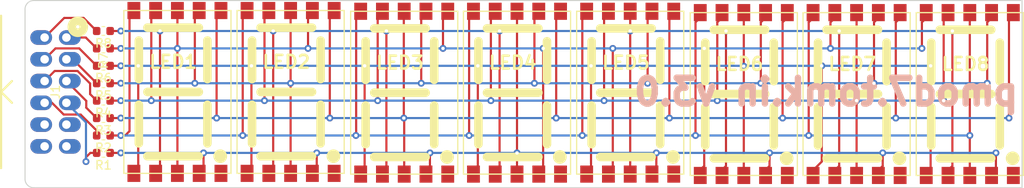
<source format=kicad_pcb>
(kicad_pcb (version 20171130) (host pcbnew 5.1.4+dfsg1-1)

  (general
    (thickness 1.6)
    (drawings 7)
    (tracks 341)
    (zones 0)
    (modules 17)
    (nets 29)
  )

  (page A4)
  (layers
    (0 F.Cu signal)
    (31 B.Cu signal)
    (32 B.Adhes user)
    (33 F.Adhes user)
    (34 B.Paste user)
    (35 F.Paste user)
    (36 B.SilkS user)
    (37 F.SilkS user)
    (38 B.Mask user hide)
    (39 F.Mask user hide)
    (40 Dwgs.User user)
    (41 Cmts.User user)
    (42 Eco1.User user)
    (43 Eco2.User user)
    (44 Edge.Cuts user)
    (45 Margin user)
    (46 B.CrtYd user)
    (47 F.CrtYd user)
    (48 B.Fab user)
    (49 F.Fab user)
  )

  (setup
    (last_trace_width 0.25)
    (user_trace_width 1)
    (trace_clearance 0.2)
    (zone_clearance 0.508)
    (zone_45_only no)
    (trace_min 0.2)
    (via_size 0.8)
    (via_drill 0.4)
    (via_min_size 0.4)
    (via_min_drill 0.3)
    (uvia_size 0.3)
    (uvia_drill 0.1)
    (uvias_allowed no)
    (uvia_min_size 0.2)
    (uvia_min_drill 0.1)
    (edge_width 0.12)
    (segment_width 0.12)
    (pcb_text_width 0.3)
    (pcb_text_size 1.5 1.5)
    (mod_edge_width 0.12)
    (mod_text_size 1 1)
    (mod_text_width 0.15)
    (pad_size 1.524 1.524)
    (pad_drill 0.762)
    (pad_to_mask_clearance 0.051)
    (solder_mask_min_width 0.25)
    (aux_axis_origin 33.02 90.932)
    (visible_elements FFFDFF7F)
    (pcbplotparams
      (layerselection 0x010fc_ffffffff)
      (usegerberextensions true)
      (usegerberattributes false)
      (usegerberadvancedattributes false)
      (creategerberjobfile false)
      (excludeedgelayer true)
      (linewidth 0.100000)
      (plotframeref false)
      (viasonmask false)
      (mode 1)
      (useauxorigin true)
      (hpglpennumber 1)
      (hpglpenspeed 20)
      (hpglpendiameter 15.000000)
      (psnegative false)
      (psa4output false)
      (plotreference true)
      (plotvalue true)
      (plotinvisibletext false)
      (padsonsilk false)
      (subtractmaskfromsilk false)
      (outputformat 1)
      (mirror false)
      (drillshape 0)
      (scaleselection 1)
      (outputdirectory "gerber"))
  )

  (net 0 "")
  (net 1 "Net-(J1-Pad6)")
  (net 2 "Net-(J1-Pad12)")
  (net 3 "Net-(J1-Pad5)")
  (net 4 "Net-(J1-Pad11)")
  (net 5 /D4)
  (net 6 /D8)
  (net 7 /D3)
  (net 8 /D7)
  (net 9 /D2)
  (net 10 /D6)
  (net 11 /D1)
  (net 12 /D5)
  (net 13 /D8_R)
  (net 14 /D7_R)
  (net 15 /D2_R)
  (net 16 /D3_R)
  (net 17 /D1_R)
  (net 18 "Net-(LED1-Pad5)")
  (net 19 /D4_R)
  (net 20 /D5_R)
  (net 21 /D6_R)
  (net 22 "Net-(LED2-Pad5)")
  (net 23 "Net-(LED3-Pad5)")
  (net 24 "Net-(LED4-Pad5)")
  (net 25 "Net-(LED5-Pad5)")
  (net 26 "Net-(LED6-Pad5)")
  (net 27 "Net-(LED7-Pad5)")
  (net 28 "Net-(LED8-Pad5)")

  (net_class Default "This is the default net class."
    (clearance 0.2)
    (trace_width 0.25)
    (via_dia 0.8)
    (via_drill 0.4)
    (uvia_dia 0.3)
    (uvia_drill 0.1)
    (add_net /D1)
    (add_net /D1_R)
    (add_net /D2)
    (add_net /D2_R)
    (add_net /D3)
    (add_net /D3_R)
    (add_net /D4)
    (add_net /D4_R)
    (add_net /D5)
    (add_net /D5_R)
    (add_net /D6)
    (add_net /D6_R)
    (add_net /D7)
    (add_net /D7_R)
    (add_net /D8)
    (add_net /D8_R)
    (add_net "Net-(J1-Pad11)")
    (add_net "Net-(J1-Pad12)")
    (add_net "Net-(J1-Pad5)")
    (add_net "Net-(J1-Pad6)")
    (add_net "Net-(LED1-Pad5)")
    (add_net "Net-(LED2-Pad5)")
    (add_net "Net-(LED3-Pad5)")
    (add_net "Net-(LED4-Pad5)")
    (add_net "Net-(LED5-Pad5)")
    (add_net "Net-(LED6-Pad5)")
    (add_net "Net-(LED7-Pad5)")
    (add_net "Net-(LED8-Pad5)")
  )

  (module tom-connectors:PMOD_2X6_PTH_RA_PLUG (layer F.Cu) (tedit 5C2B1D84) (tstamp 5DD45EEF)
    (at 36.576 101.6 270)
    (path /5DD7CA6E)
    (attr smd)
    (fp_text reference J1 (at 0 0 90) (layer F.SilkS)
      (effects (font (size 1 1) (thickness 0.15)))
    )
    (fp_text value PMOD-2x6-MALE (at 0 0 90) (layer F.SilkS) hide
      (effects (font (size 1 1) (thickness 0.15)))
    )
    (fp_line (start 8.89 6.35) (end 0 6.35) (layer F.SilkS) (width 0.254))
    (fp_line (start 0 6.35) (end -8.89 6.35) (layer F.SilkS) (width 0.254))
    (fp_line (start 1.27 5.08) (end 0 6.35) (layer F.SilkS) (width 0.254))
    (fp_line (start 0 6.35) (end -1.27 5.08) (layer F.SilkS) (width 0.254))
    (fp_circle (center -7.6 -2.6) (end -7.4 -2.6) (layer F.SilkS) (width 1))
    (pad 6 thru_hole oval (at 6.35 -1.27 180) (size 2.54 1.7) (drill 1 (offset -0.4 0)) (layers *.Cu *.Mask)
      (net 1 "Net-(J1-Pad6)"))
    (pad 12 thru_hole oval (at 6.35 1.27 180) (size 2.54 1.7) (drill 1 (offset 0.4 0)) (layers *.Cu *.Mask)
      (net 2 "Net-(J1-Pad12)"))
    (pad 5 thru_hole oval (at 3.81 -1.27 180) (size 2.54 1.7) (drill 1 (offset -0.4 0)) (layers *.Cu *.Mask)
      (net 3 "Net-(J1-Pad5)"))
    (pad 11 thru_hole oval (at 3.81 1.27 180) (size 2.54 1.7) (drill 1 (offset 0.4 0)) (layers *.Cu *.Mask)
      (net 4 "Net-(J1-Pad11)"))
    (pad 4 thru_hole oval (at 1.27 -1.27 180) (size 2.54 1.7) (drill 1 (offset -0.4 0)) (layers *.Cu *.Mask)
      (net 5 /D4))
    (pad 10 thru_hole oval (at 1.27 1.27 180) (size 2.54 1.7) (drill 1 (offset 0.4 0)) (layers *.Cu *.Mask)
      (net 6 /D8))
    (pad 3 thru_hole oval (at -1.27 -1.27 180) (size 2.54 1.7) (drill 1 (offset -0.4 0)) (layers *.Cu *.Mask)
      (net 7 /D3))
    (pad 9 thru_hole oval (at -1.27 1.27 180) (size 2.54 1.7) (drill 1 (offset 0.4 0)) (layers *.Cu *.Mask)
      (net 8 /D7))
    (pad 2 thru_hole oval (at -3.81 -1.27 180) (size 2.54 1.7) (drill 1 (offset -0.4 0)) (layers *.Cu *.Mask)
      (net 9 /D2))
    (pad 8 thru_hole oval (at -3.81 1.27 180) (size 2.54 1.7) (drill 1 (offset 0.4 0)) (layers *.Cu *.Mask)
      (net 10 /D6))
    (pad 1 thru_hole oval (at -6.35 -1.27 180) (size 2.54 1.7) (drill 1 (offset -0.4 0)) (layers *.Cu *.Mask)
      (net 11 /D1))
    (pad 7 thru_hole oval (at -6.35 1.27 180) (size 2.54 1.7) (drill 1 (offset 0.4 0)) (layers *.Cu *.Mask)
      (net 12 /D5))
  )

  (module tom-passives:R_0603_1608Metric (layer F.Cu) (tedit 5B301BBD) (tstamp 5DD46634)
    (at 42.164 94.488 180)
    (descr "Resistor SMD 0603 (1608 Metric), square (rectangular) end terminal, IPC_7351 nominal, (Body size source: http://www.tortai-tech.com/upload/download/2011102023233369053.pdf), generated with kicad-footprint-generator")
    (tags resistor)
    (path /5DD7BFCD)
    (attr smd)
    (fp_text reference R8 (at 0 -1.43) (layer F.SilkS)
      (effects (font (size 1 1) (thickness 0.15)))
    )
    (fp_text value 47R (at 0 1.43) (layer F.Fab)
      (effects (font (size 1 1) (thickness 0.15)))
    )
    (fp_text user %R (at 0 0 180) (layer F.Fab)
      (effects (font (size 0.4 0.4) (thickness 0.06)))
    )
    (fp_line (start 1.48 0.73) (end -1.48 0.73) (layer F.CrtYd) (width 0.05))
    (fp_line (start 1.48 -0.73) (end 1.48 0.73) (layer F.CrtYd) (width 0.05))
    (fp_line (start -1.48 -0.73) (end 1.48 -0.73) (layer F.CrtYd) (width 0.05))
    (fp_line (start -1.48 0.73) (end -1.48 -0.73) (layer F.CrtYd) (width 0.05))
    (fp_line (start -0.162779 0.51) (end 0.162779 0.51) (layer F.SilkS) (width 0.12))
    (fp_line (start -0.162779 -0.51) (end 0.162779 -0.51) (layer F.SilkS) (width 0.12))
    (fp_line (start 0.8 0.4) (end -0.8 0.4) (layer F.Fab) (width 0.1))
    (fp_line (start 0.8 -0.4) (end 0.8 0.4) (layer F.Fab) (width 0.1))
    (fp_line (start -0.8 -0.4) (end 0.8 -0.4) (layer F.Fab) (width 0.1))
    (fp_line (start -0.8 0.4) (end -0.8 -0.4) (layer F.Fab) (width 0.1))
    (pad 2 smd roundrect (at 0.7875 0 180) (size 0.875 0.95) (layers F.Cu F.Paste F.Mask) (roundrect_rratio 0.25)
      (net 12 /D5))
    (pad 1 smd roundrect (at -0.7875 0 180) (size 0.875 0.95) (layers F.Cu F.Paste F.Mask) (roundrect_rratio 0.25)
      (net 20 /D5_R))
    (model ${KISYS3DMOD}/Resistor_SMD.3dshapes/R_0603_1608Metric.wrl
      (at (xyz 0 0 0))
      (scale (xyz 1 1 1))
      (rotate (xyz 0 0 0))
    )
  )

  (module tom-passives:R_0603_1608Metric (layer F.Cu) (tedit 5B301BBD) (tstamp 5DD467EE)
    (at 42.164 96.52 180)
    (descr "Resistor SMD 0603 (1608 Metric), square (rectangular) end terminal, IPC_7351 nominal, (Body size source: http://www.tortai-tech.com/upload/download/2011102023233369053.pdf), generated with kicad-footprint-generator")
    (tags resistor)
    (path /5DF37CE5)
    (attr smd)
    (fp_text reference R7 (at 0 -1.43 270) (layer F.SilkS)
      (effects (font (size 1 1) (thickness 0.15)))
    )
    (fp_text value 47R (at 0 1.43) (layer F.Fab)
      (effects (font (size 1 1) (thickness 0.15)))
    )
    (fp_text user %R (at 0 0) (layer F.Fab)
      (effects (font (size 0.4 0.4) (thickness 0.06)))
    )
    (fp_line (start 1.48 0.73) (end -1.48 0.73) (layer F.CrtYd) (width 0.05))
    (fp_line (start 1.48 -0.73) (end 1.48 0.73) (layer F.CrtYd) (width 0.05))
    (fp_line (start -1.48 -0.73) (end 1.48 -0.73) (layer F.CrtYd) (width 0.05))
    (fp_line (start -1.48 0.73) (end -1.48 -0.73) (layer F.CrtYd) (width 0.05))
    (fp_line (start -0.162779 0.51) (end 0.162779 0.51) (layer F.SilkS) (width 0.12))
    (fp_line (start -0.162779 -0.51) (end 0.162779 -0.51) (layer F.SilkS) (width 0.12))
    (fp_line (start 0.8 0.4) (end -0.8 0.4) (layer F.Fab) (width 0.1))
    (fp_line (start 0.8 -0.4) (end 0.8 0.4) (layer F.Fab) (width 0.1))
    (fp_line (start -0.8 -0.4) (end 0.8 -0.4) (layer F.Fab) (width 0.1))
    (fp_line (start -0.8 0.4) (end -0.8 -0.4) (layer F.Fab) (width 0.1))
    (pad 2 smd roundrect (at 0.7875 0 180) (size 0.875 0.95) (layers F.Cu F.Paste F.Mask) (roundrect_rratio 0.25)
      (net 11 /D1))
    (pad 1 smd roundrect (at -0.7875 0 180) (size 0.875 0.95) (layers F.Cu F.Paste F.Mask) (roundrect_rratio 0.25)
      (net 17 /D1_R))
    (model ${KISYS3DMOD}/Resistor_SMD.3dshapes/R_0603_1608Metric.wrl
      (at (xyz 0 0 0))
      (scale (xyz 1 1 1))
      (rotate (xyz 0 0 0))
    )
  )

  (module tom-passives:R_0603_1608Metric (layer F.Cu) (tedit 5B301BBD) (tstamp 5DD46B53)
    (at 42.164 98.552 180)
    (descr "Resistor SMD 0603 (1608 Metric), square (rectangular) end terminal, IPC_7351 nominal, (Body size source: http://www.tortai-tech.com/upload/download/2011102023233369053.pdf), generated with kicad-footprint-generator")
    (tags resistor)
    (path /5DD7C2AC)
    (attr smd)
    (fp_text reference R6 (at 0 -1.43) (layer F.SilkS)
      (effects (font (size 1 1) (thickness 0.15)))
    )
    (fp_text value 47R (at 0 1.43) (layer F.Fab)
      (effects (font (size 1 1) (thickness 0.15)))
    )
    (fp_text user %R (at 0 0) (layer F.Fab)
      (effects (font (size 0.4 0.4) (thickness 0.06)))
    )
    (fp_line (start 1.48 0.73) (end -1.48 0.73) (layer F.CrtYd) (width 0.05))
    (fp_line (start 1.48 -0.73) (end 1.48 0.73) (layer F.CrtYd) (width 0.05))
    (fp_line (start -1.48 -0.73) (end 1.48 -0.73) (layer F.CrtYd) (width 0.05))
    (fp_line (start -1.48 0.73) (end -1.48 -0.73) (layer F.CrtYd) (width 0.05))
    (fp_line (start -0.162779 0.51) (end 0.162779 0.51) (layer F.SilkS) (width 0.12))
    (fp_line (start -0.162779 -0.51) (end 0.162779 -0.51) (layer F.SilkS) (width 0.12))
    (fp_line (start 0.8 0.4) (end -0.8 0.4) (layer F.Fab) (width 0.1))
    (fp_line (start 0.8 -0.4) (end 0.8 0.4) (layer F.Fab) (width 0.1))
    (fp_line (start -0.8 -0.4) (end 0.8 -0.4) (layer F.Fab) (width 0.1))
    (fp_line (start -0.8 0.4) (end -0.8 -0.4) (layer F.Fab) (width 0.1))
    (pad 2 smd roundrect (at 0.7875 0 180) (size 0.875 0.95) (layers F.Cu F.Paste F.Mask) (roundrect_rratio 0.25)
      (net 10 /D6))
    (pad 1 smd roundrect (at -0.7875 0 180) (size 0.875 0.95) (layers F.Cu F.Paste F.Mask) (roundrect_rratio 0.25)
      (net 21 /D6_R))
    (model ${KISYS3DMOD}/Resistor_SMD.3dshapes/R_0603_1608Metric.wrl
      (at (xyz 0 0 0))
      (scale (xyz 1 1 1))
      (rotate (xyz 0 0 0))
    )
  )

  (module tom-passives:R_0603_1608Metric (layer F.Cu) (tedit 5B301BBD) (tstamp 5DD471B5)
    (at 42.164 100.584 180)
    (descr "Resistor SMD 0603 (1608 Metric), square (rectangular) end terminal, IPC_7351 nominal, (Body size source: http://www.tortai-tech.com/upload/download/2011102023233369053.pdf), generated with kicad-footprint-generator")
    (tags resistor)
    (path /5DF38E83)
    (attr smd)
    (fp_text reference R5 (at 0 -1.43) (layer F.SilkS)
      (effects (font (size 1 1) (thickness 0.15)))
    )
    (fp_text value 47R (at 0 1.43) (layer F.Fab)
      (effects (font (size 1 1) (thickness 0.15)))
    )
    (fp_text user %R (at 0 0 90) (layer F.Fab)
      (effects (font (size 0.4 0.4) (thickness 0.06)))
    )
    (fp_line (start 1.48 0.73) (end -1.48 0.73) (layer F.CrtYd) (width 0.05))
    (fp_line (start 1.48 -0.73) (end 1.48 0.73) (layer F.CrtYd) (width 0.05))
    (fp_line (start -1.48 -0.73) (end 1.48 -0.73) (layer F.CrtYd) (width 0.05))
    (fp_line (start -1.48 0.73) (end -1.48 -0.73) (layer F.CrtYd) (width 0.05))
    (fp_line (start -0.162779 0.51) (end 0.162779 0.51) (layer F.SilkS) (width 0.12))
    (fp_line (start -0.162779 -0.51) (end 0.162779 -0.51) (layer F.SilkS) (width 0.12))
    (fp_line (start 0.8 0.4) (end -0.8 0.4) (layer F.Fab) (width 0.1))
    (fp_line (start 0.8 -0.4) (end 0.8 0.4) (layer F.Fab) (width 0.1))
    (fp_line (start -0.8 -0.4) (end 0.8 -0.4) (layer F.Fab) (width 0.1))
    (fp_line (start -0.8 0.4) (end -0.8 -0.4) (layer F.Fab) (width 0.1))
    (pad 2 smd roundrect (at 0.7875 0 180) (size 0.875 0.95) (layers F.Cu F.Paste F.Mask) (roundrect_rratio 0.25)
      (net 9 /D2))
    (pad 1 smd roundrect (at -0.7875 0 180) (size 0.875 0.95) (layers F.Cu F.Paste F.Mask) (roundrect_rratio 0.25)
      (net 15 /D2_R))
    (model ${KISYS3DMOD}/Resistor_SMD.3dshapes/R_0603_1608Metric.wrl
      (at (xyz 0 0 0))
      (scale (xyz 1 1 1))
      (rotate (xyz 0 0 0))
    )
  )

  (module tom-passives:R_0603_1608Metric (layer F.Cu) (tedit 5B301BBD) (tstamp 5DD47091)
    (at 42.164 102.616 180)
    (descr "Resistor SMD 0603 (1608 Metric), square (rectangular) end terminal, IPC_7351 nominal, (Body size source: http://www.tortai-tech.com/upload/download/2011102023233369053.pdf), generated with kicad-footprint-generator")
    (tags resistor)
    (path /5DD7C4C0)
    (attr smd)
    (fp_text reference R4 (at 0 -1.43) (layer F.SilkS)
      (effects (font (size 1 1) (thickness 0.15)))
    )
    (fp_text value 47R (at 0 1.43) (layer F.Fab)
      (effects (font (size 1 1) (thickness 0.15)))
    )
    (fp_text user %R (at 0 0) (layer F.Fab)
      (effects (font (size 0.4 0.4) (thickness 0.06)))
    )
    (fp_line (start 1.48 0.73) (end -1.48 0.73) (layer F.CrtYd) (width 0.05))
    (fp_line (start 1.48 -0.73) (end 1.48 0.73) (layer F.CrtYd) (width 0.05))
    (fp_line (start -1.48 -0.73) (end 1.48 -0.73) (layer F.CrtYd) (width 0.05))
    (fp_line (start -1.48 0.73) (end -1.48 -0.73) (layer F.CrtYd) (width 0.05))
    (fp_line (start -0.162779 0.51) (end 0.162779 0.51) (layer F.SilkS) (width 0.12))
    (fp_line (start -0.162779 -0.51) (end 0.162779 -0.51) (layer F.SilkS) (width 0.12))
    (fp_line (start 0.8 0.4) (end -0.8 0.4) (layer F.Fab) (width 0.1))
    (fp_line (start 0.8 -0.4) (end 0.8 0.4) (layer F.Fab) (width 0.1))
    (fp_line (start -0.8 -0.4) (end 0.8 -0.4) (layer F.Fab) (width 0.1))
    (fp_line (start -0.8 0.4) (end -0.8 -0.4) (layer F.Fab) (width 0.1))
    (pad 2 smd roundrect (at 0.7875 0 180) (size 0.875 0.95) (layers F.Cu F.Paste F.Mask) (roundrect_rratio 0.25)
      (net 8 /D7))
    (pad 1 smd roundrect (at -0.7875 0 180) (size 0.875 0.95) (layers F.Cu F.Paste F.Mask) (roundrect_rratio 0.25)
      (net 14 /D7_R))
    (model ${KISYS3DMOD}/Resistor_SMD.3dshapes/R_0603_1608Metric.wrl
      (at (xyz 0 0 0))
      (scale (xyz 1 1 1))
      (rotate (xyz 0 0 0))
    )
  )

  (module tom-passives:R_0603_1608Metric (layer F.Cu) (tedit 5B301BBD) (tstamp 5DD47031)
    (at 42.164 104.648 180)
    (descr "Resistor SMD 0603 (1608 Metric), square (rectangular) end terminal, IPC_7351 nominal, (Body size source: http://www.tortai-tech.com/upload/download/2011102023233369053.pdf), generated with kicad-footprint-generator")
    (tags resistor)
    (path /5DD7BB2A)
    (attr smd)
    (fp_text reference R3 (at 0 -1.43) (layer F.SilkS)
      (effects (font (size 1 1) (thickness 0.15)))
    )
    (fp_text value 47R (at 0 1.43) (layer F.Fab)
      (effects (font (size 1 1) (thickness 0.15)))
    )
    (fp_text user %R (at 0 0) (layer F.Fab)
      (effects (font (size 0.4 0.4) (thickness 0.06)))
    )
    (fp_line (start 1.48 0.73) (end -1.48 0.73) (layer F.CrtYd) (width 0.05))
    (fp_line (start 1.48 -0.73) (end 1.48 0.73) (layer F.CrtYd) (width 0.05))
    (fp_line (start -1.48 -0.73) (end 1.48 -0.73) (layer F.CrtYd) (width 0.05))
    (fp_line (start -1.48 0.73) (end -1.48 -0.73) (layer F.CrtYd) (width 0.05))
    (fp_line (start -0.162779 0.51) (end 0.162779 0.51) (layer F.SilkS) (width 0.12))
    (fp_line (start -0.162779 -0.51) (end 0.162779 -0.51) (layer F.SilkS) (width 0.12))
    (fp_line (start 0.8 0.4) (end -0.8 0.4) (layer F.Fab) (width 0.1))
    (fp_line (start 0.8 -0.4) (end 0.8 0.4) (layer F.Fab) (width 0.1))
    (fp_line (start -0.8 -0.4) (end 0.8 -0.4) (layer F.Fab) (width 0.1))
    (fp_line (start -0.8 0.4) (end -0.8 -0.4) (layer F.Fab) (width 0.1))
    (pad 2 smd roundrect (at 0.7875 0 180) (size 0.875 0.95) (layers F.Cu F.Paste F.Mask) (roundrect_rratio 0.25)
      (net 7 /D3))
    (pad 1 smd roundrect (at -0.7875 0 180) (size 0.875 0.95) (layers F.Cu F.Paste F.Mask) (roundrect_rratio 0.25)
      (net 16 /D3_R))
    (model ${KISYS3DMOD}/Resistor_SMD.3dshapes/R_0603_1608Metric.wrl
      (at (xyz 0 0 0))
      (scale (xyz 1 1 1))
      (rotate (xyz 0 0 0))
    )
  )

  (module tom-passives:R_0603_1608Metric (layer F.Cu) (tedit 5B301BBD) (tstamp 5DD47061)
    (at 42.164 106.68 180)
    (descr "Resistor SMD 0603 (1608 Metric), square (rectangular) end terminal, IPC_7351 nominal, (Body size source: http://www.tortai-tech.com/upload/download/2011102023233369053.pdf), generated with kicad-footprint-generator")
    (tags resistor)
    (path /5DD7C7AC)
    (attr smd)
    (fp_text reference R2 (at 0 -1.43) (layer F.SilkS)
      (effects (font (size 1 1) (thickness 0.15)))
    )
    (fp_text value 47R (at 0 1.43) (layer F.Fab)
      (effects (font (size 1 1) (thickness 0.15)))
    )
    (fp_text user %R (at 0 0) (layer F.Fab)
      (effects (font (size 0.4 0.4) (thickness 0.06)))
    )
    (fp_line (start 1.48 0.73) (end -1.48 0.73) (layer F.CrtYd) (width 0.05))
    (fp_line (start 1.48 -0.73) (end 1.48 0.73) (layer F.CrtYd) (width 0.05))
    (fp_line (start -1.48 -0.73) (end 1.48 -0.73) (layer F.CrtYd) (width 0.05))
    (fp_line (start -1.48 0.73) (end -1.48 -0.73) (layer F.CrtYd) (width 0.05))
    (fp_line (start -0.162779 0.51) (end 0.162779 0.51) (layer F.SilkS) (width 0.12))
    (fp_line (start -0.162779 -0.51) (end 0.162779 -0.51) (layer F.SilkS) (width 0.12))
    (fp_line (start 0.8 0.4) (end -0.8 0.4) (layer F.Fab) (width 0.1))
    (fp_line (start 0.8 -0.4) (end 0.8 0.4) (layer F.Fab) (width 0.1))
    (fp_line (start -0.8 -0.4) (end 0.8 -0.4) (layer F.Fab) (width 0.1))
    (fp_line (start -0.8 0.4) (end -0.8 -0.4) (layer F.Fab) (width 0.1))
    (pad 2 smd roundrect (at 0.7875 0 180) (size 0.875 0.95) (layers F.Cu F.Paste F.Mask) (roundrect_rratio 0.25)
      (net 6 /D8))
    (pad 1 smd roundrect (at -0.7875 0 180) (size 0.875 0.95) (layers F.Cu F.Paste F.Mask) (roundrect_rratio 0.25)
      (net 13 /D8_R))
    (model ${KISYS3DMOD}/Resistor_SMD.3dshapes/R_0603_1608Metric.wrl
      (at (xyz 0 0 0))
      (scale (xyz 1 1 1))
      (rotate (xyz 0 0 0))
    )
  )

  (module tom-passives:R_0603_1608Metric (layer F.Cu) (tedit 5B301BBD) (tstamp 5DD470C1)
    (at 42.164 108.712 180)
    (descr "Resistor SMD 0603 (1608 Metric), square (rectangular) end terminal, IPC_7351 nominal, (Body size source: http://www.tortai-tech.com/upload/download/2011102023233369053.pdf), generated with kicad-footprint-generator")
    (tags resistor)
    (path /5DD7BD69)
    (attr smd)
    (fp_text reference R1 (at 0 -1.43) (layer F.SilkS)
      (effects (font (size 1 1) (thickness 0.15)))
    )
    (fp_text value 47R (at 0 1.43) (layer F.Fab)
      (effects (font (size 1 1) (thickness 0.15)))
    )
    (fp_text user %R (at 0 0) (layer F.Fab)
      (effects (font (size 0.4 0.4) (thickness 0.06)))
    )
    (fp_line (start 1.48 0.73) (end -1.48 0.73) (layer F.CrtYd) (width 0.05))
    (fp_line (start 1.48 -0.73) (end 1.48 0.73) (layer F.CrtYd) (width 0.05))
    (fp_line (start -1.48 -0.73) (end 1.48 -0.73) (layer F.CrtYd) (width 0.05))
    (fp_line (start -1.48 0.73) (end -1.48 -0.73) (layer F.CrtYd) (width 0.05))
    (fp_line (start -0.162779 0.51) (end 0.162779 0.51) (layer F.SilkS) (width 0.12))
    (fp_line (start -0.162779 -0.51) (end 0.162779 -0.51) (layer F.SilkS) (width 0.12))
    (fp_line (start 0.8 0.4) (end -0.8 0.4) (layer F.Fab) (width 0.1))
    (fp_line (start 0.8 -0.4) (end 0.8 0.4) (layer F.Fab) (width 0.1))
    (fp_line (start -0.8 -0.4) (end 0.8 -0.4) (layer F.Fab) (width 0.1))
    (fp_line (start -0.8 0.4) (end -0.8 -0.4) (layer F.Fab) (width 0.1))
    (pad 2 smd roundrect (at 0.7875 0 180) (size 0.875 0.95) (layers F.Cu F.Paste F.Mask) (roundrect_rratio 0.25)
      (net 5 /D4))
    (pad 1 smd roundrect (at -0.7875 0 180) (size 0.875 0.95) (layers F.Cu F.Paste F.Mask) (roundrect_rratio 0.25)
      (net 19 /D4_R))
    (model ${KISYS3DMOD}/Resistor_SMD.3dshapes/R_0603_1608Metric.wrl
      (at (xyz 0 0 0))
      (scale (xyz 1 1 1))
      (rotate (xyz 0 0 0))
    )
  )

  (module tom-opto:SUNLIGHT_SMD_7SEG_SLS0561 (layer F.Cu) (tedit 5DD2E76C) (tstamp 5DD45FBF)
    (at 143.256 101.843999)
    (path /5DD483FF)
    (fp_text reference LED8 (at -0.5 -3.5 180) (layer F.SilkS)
      (effects (font (size 1.5 1.5) (thickness 0.3)))
    )
    (fp_text value SUNLIGHT_SMD_7SEG_SLS0561 (at -7.5 0 90) (layer F.Fab) hide
      (effects (font (size 1 1) (thickness 0.15)))
    )
    (fp_circle (center 5 7.5) (end 5.4 7.5) (layer F.SilkS) (width 0.8))
    (fp_line (start -3.5 7.5) (end 2.5 7.5) (layer F.SilkS) (width 1))
    (fp_line (start -3.5 0) (end 2.5 0) (layer F.SilkS) (width 1))
    (fp_line (start 3.5 1.5) (end 3.5 6) (layer F.SilkS) (width 1))
    (fp_line (start -4.5 1.5) (end -4.5 6) (layer F.SilkS) (width 1))
    (fp_line (start 3.5 -6) (end 3.5 -1.5) (layer F.SilkS) (width 1))
    (fp_line (start -4.5 -6) (end -4.5 -1.5) (layer F.SilkS) (width 1))
    (fp_line (start -3.5 -7.5) (end 2.5 -7.5) (layer F.SilkS) (width 1))
    (fp_line (start -6.25 9.5) (end -6.25 -9.5) (layer F.SilkS) (width 0.15))
    (fp_line (start 6.25 9.5) (end -6.25 9.5) (layer F.SilkS) (width 0.15))
    (fp_line (start 6.25 -9.5) (end 6.25 9.5) (layer F.SilkS) (width 0.15))
    (fp_line (start -6.25 -9.5) (end 6.25 -9.5) (layer F.SilkS) (width 0.15))
    (pad 10 smd rect (at -5.08 -9.5) (size 1.5 2) (layers F.Cu F.Paste F.Mask)
      (net 17 /D1_R))
    (pad 9 smd rect (at -2.54 -9.5) (size 1.5 2) (layers F.Cu F.Paste F.Mask)
      (net 14 /D7_R))
    (pad 7 smd rect (at 2.54 -9.5) (size 1.5 2) (layers F.Cu F.Paste F.Mask)
      (net 15 /D2_R))
    (pad 6 smd rect (at 5.08 -9.5) (size 1.5 2) (layers F.Cu F.Paste F.Mask)
      (net 16 /D3_R))
    (pad 8 smd rect (at 0 -9.5) (size 1.5 2) (layers F.Cu F.Paste F.Mask)
      (net 13 /D8_R))
    (pad 5 smd rect (at 5.08 9.5) (size 1.5 2) (layers F.Cu F.Paste F.Mask)
      (net 28 "Net-(LED8-Pad5)"))
    (pad 4 smd rect (at 2.54 9.5) (size 1.5 2) (layers F.Cu F.Paste F.Mask)
      (net 19 /D4_R))
    (pad 2 smd rect (at -2.54 9.5) (size 1.5 2) (layers F.Cu F.Paste F.Mask)
      (net 20 /D5_R))
    (pad 1 smd rect (at -5.08 9.5) (size 1.5 2) (layers F.Cu F.Paste F.Mask)
      (net 21 /D6_R))
    (pad 3 smd rect (at 0 9.5) (size 1.5 2) (layers F.Cu F.Paste F.Mask)
      (net 13 /D8_R))
  )

  (module tom-opto:SUNLIGHT_SMD_7SEG_SLS0561 (layer F.Cu) (tedit 5DD2E76C) (tstamp 5DD45FA5)
    (at 130.048 101.843999)
    (path /5DD483EA)
    (fp_text reference LED7 (at -0.5 -3.5 180) (layer F.SilkS)
      (effects (font (size 1.5 1.5) (thickness 0.3)))
    )
    (fp_text value SUNLIGHT_SMD_7SEG_SLS0561 (at -7.5 0 90) (layer F.Fab) hide
      (effects (font (size 1 1) (thickness 0.15)))
    )
    (fp_circle (center 5 7.5) (end 5.4 7.5) (layer F.SilkS) (width 0.8))
    (fp_line (start -3.5 7.5) (end 2.5 7.5) (layer F.SilkS) (width 1))
    (fp_line (start -3.5 0) (end 2.5 0) (layer F.SilkS) (width 1))
    (fp_line (start 3.5 1.5) (end 3.5 6) (layer F.SilkS) (width 1))
    (fp_line (start -4.5 1.5) (end -4.5 6) (layer F.SilkS) (width 1))
    (fp_line (start 3.5 -6) (end 3.5 -1.5) (layer F.SilkS) (width 1))
    (fp_line (start -4.5 -6) (end -4.5 -1.5) (layer F.SilkS) (width 1))
    (fp_line (start -3.5 -7.5) (end 2.5 -7.5) (layer F.SilkS) (width 1))
    (fp_line (start -6.25 9.5) (end -6.25 -9.5) (layer F.SilkS) (width 0.15))
    (fp_line (start 6.25 9.5) (end -6.25 9.5) (layer F.SilkS) (width 0.15))
    (fp_line (start 6.25 -9.5) (end 6.25 9.5) (layer F.SilkS) (width 0.15))
    (fp_line (start -6.25 -9.5) (end 6.25 -9.5) (layer F.SilkS) (width 0.15))
    (pad 10 smd rect (at -5.08 -9.5) (size 1.5 2) (layers F.Cu F.Paste F.Mask)
      (net 13 /D8_R))
    (pad 9 smd rect (at -2.54 -9.5) (size 1.5 2) (layers F.Cu F.Paste F.Mask)
      (net 17 /D1_R))
    (pad 7 smd rect (at 2.54 -9.5) (size 1.5 2) (layers F.Cu F.Paste F.Mask)
      (net 15 /D2_R))
    (pad 6 smd rect (at 5.08 -9.5) (size 1.5 2) (layers F.Cu F.Paste F.Mask)
      (net 16 /D3_R))
    (pad 8 smd rect (at 0 -9.5) (size 1.5 2) (layers F.Cu F.Paste F.Mask)
      (net 14 /D7_R))
    (pad 5 smd rect (at 5.08 9.5) (size 1.5 2) (layers F.Cu F.Paste F.Mask)
      (net 27 "Net-(LED7-Pad5)"))
    (pad 4 smd rect (at 2.54 9.5) (size 1.5 2) (layers F.Cu F.Paste F.Mask)
      (net 19 /D4_R))
    (pad 2 smd rect (at -2.54 9.5) (size 1.5 2) (layers F.Cu F.Paste F.Mask)
      (net 20 /D5_R))
    (pad 1 smd rect (at -5.08 9.5) (size 1.5 2) (layers F.Cu F.Paste F.Mask)
      (net 21 /D6_R))
    (pad 3 smd rect (at 0 9.5) (size 1.5 2) (layers F.Cu F.Paste F.Mask)
      (net 14 /D7_R))
  )

  (module tom-opto:SUNLIGHT_SMD_7SEG_SLS0561 (layer F.Cu) (tedit 5DD2E76C) (tstamp 5DD45F8B)
    (at 116.886 101.843999)
    (path /5DD483D5)
    (fp_text reference LED6 (at -0.5 -3.5 180) (layer F.SilkS)
      (effects (font (size 1.5 1.5) (thickness 0.3)))
    )
    (fp_text value SUNLIGHT_SMD_7SEG_SLS0561 (at -7.5 0 90) (layer F.Fab) hide
      (effects (font (size 1 1) (thickness 0.15)))
    )
    (fp_circle (center 5 7.5) (end 5.4 7.5) (layer F.SilkS) (width 0.8))
    (fp_line (start -3.5 7.5) (end 2.5 7.5) (layer F.SilkS) (width 1))
    (fp_line (start -3.5 0) (end 2.5 0) (layer F.SilkS) (width 1))
    (fp_line (start 3.5 1.5) (end 3.5 6) (layer F.SilkS) (width 1))
    (fp_line (start -4.5 1.5) (end -4.5 6) (layer F.SilkS) (width 1))
    (fp_line (start 3.5 -6) (end 3.5 -1.5) (layer F.SilkS) (width 1))
    (fp_line (start -4.5 -6) (end -4.5 -1.5) (layer F.SilkS) (width 1))
    (fp_line (start -3.5 -7.5) (end 2.5 -7.5) (layer F.SilkS) (width 1))
    (fp_line (start -6.25 9.5) (end -6.25 -9.5) (layer F.SilkS) (width 0.15))
    (fp_line (start 6.25 9.5) (end -6.25 9.5) (layer F.SilkS) (width 0.15))
    (fp_line (start 6.25 -9.5) (end 6.25 9.5) (layer F.SilkS) (width 0.15))
    (fp_line (start -6.25 -9.5) (end 6.25 -9.5) (layer F.SilkS) (width 0.15))
    (pad 10 smd rect (at -5.08 -9.5) (size 1.5 2) (layers F.Cu F.Paste F.Mask)
      (net 13 /D8_R))
    (pad 9 smd rect (at -2.54 -9.5) (size 1.5 2) (layers F.Cu F.Paste F.Mask)
      (net 14 /D7_R))
    (pad 7 smd rect (at 2.54 -9.5) (size 1.5 2) (layers F.Cu F.Paste F.Mask)
      (net 15 /D2_R))
    (pad 6 smd rect (at 5.08 -9.5) (size 1.5 2) (layers F.Cu F.Paste F.Mask)
      (net 16 /D3_R))
    (pad 8 smd rect (at 0 -9.5) (size 1.5 2) (layers F.Cu F.Paste F.Mask)
      (net 21 /D6_R))
    (pad 5 smd rect (at 5.08 9.5) (size 1.5 2) (layers F.Cu F.Paste F.Mask)
      (net 26 "Net-(LED6-Pad5)"))
    (pad 4 smd rect (at 2.54 9.5) (size 1.5 2) (layers F.Cu F.Paste F.Mask)
      (net 19 /D4_R))
    (pad 2 smd rect (at -2.54 9.5) (size 1.5 2) (layers F.Cu F.Paste F.Mask)
      (net 20 /D5_R))
    (pad 1 smd rect (at -5.08 9.5) (size 1.5 2) (layers F.Cu F.Paste F.Mask)
      (net 17 /D1_R))
    (pad 3 smd rect (at 0 9.5) (size 1.5 2) (layers F.Cu F.Paste F.Mask)
      (net 21 /D6_R))
  )

  (module tom-opto:SUNLIGHT_SMD_7SEG_SLS0561 (layer F.Cu) (tedit 5DD2E76C) (tstamp 5DD47605)
    (at 103.632 101.687999)
    (path /5DD483BF)
    (fp_text reference LED5 (at -0.5 -3.5 180) (layer F.SilkS)
      (effects (font (size 1.5 1.5) (thickness 0.3)))
    )
    (fp_text value SUNLIGHT_SMD_7SEG_SLS0561 (at -7.5 0 90) (layer F.Fab) hide
      (effects (font (size 1 1) (thickness 0.15)))
    )
    (fp_circle (center 5 7.5) (end 5.4 7.5) (layer F.SilkS) (width 0.8))
    (fp_line (start -3.5 7.5) (end 2.5 7.5) (layer F.SilkS) (width 1))
    (fp_line (start -3.5 0) (end 2.5 0) (layer F.SilkS) (width 1))
    (fp_line (start 3.5 1.5) (end 3.5 6) (layer F.SilkS) (width 1))
    (fp_line (start -4.5 1.5) (end -4.5 6) (layer F.SilkS) (width 1))
    (fp_line (start 3.5 -6) (end 3.5 -1.5) (layer F.SilkS) (width 1))
    (fp_line (start -4.5 -6) (end -4.5 -1.5) (layer F.SilkS) (width 1))
    (fp_line (start -3.5 -7.5) (end 2.5 -7.5) (layer F.SilkS) (width 1))
    (fp_line (start -6.25 9.5) (end -6.25 -9.5) (layer F.SilkS) (width 0.15))
    (fp_line (start 6.25 9.5) (end -6.25 9.5) (layer F.SilkS) (width 0.15))
    (fp_line (start 6.25 -9.5) (end 6.25 9.5) (layer F.SilkS) (width 0.15))
    (fp_line (start -6.25 -9.5) (end 6.25 -9.5) (layer F.SilkS) (width 0.15))
    (pad 10 smd rect (at -5.08 -9.5) (size 1.5 2) (layers F.Cu F.Paste F.Mask)
      (net 13 /D8_R))
    (pad 9 smd rect (at -2.54 -9.5) (size 1.5 2) (layers F.Cu F.Paste F.Mask)
      (net 14 /D7_R))
    (pad 7 smd rect (at 2.54 -9.5) (size 1.5 2) (layers F.Cu F.Paste F.Mask)
      (net 15 /D2_R))
    (pad 6 smd rect (at 5.08 -9.5) (size 1.5 2) (layers F.Cu F.Paste F.Mask)
      (net 16 /D3_R))
    (pad 8 smd rect (at 0 -9.5) (size 1.5 2) (layers F.Cu F.Paste F.Mask)
      (net 20 /D5_R))
    (pad 5 smd rect (at 5.08 9.5) (size 1.5 2) (layers F.Cu F.Paste F.Mask)
      (net 25 "Net-(LED5-Pad5)"))
    (pad 4 smd rect (at 2.54 9.5) (size 1.5 2) (layers F.Cu F.Paste F.Mask)
      (net 19 /D4_R))
    (pad 2 smd rect (at -2.54 9.5) (size 1.5 2) (layers F.Cu F.Paste F.Mask)
      (net 17 /D1_R))
    (pad 1 smd rect (at -5.08 9.5) (size 1.5 2) (layers F.Cu F.Paste F.Mask)
      (net 21 /D6_R))
    (pad 3 smd rect (at 0 9.5) (size 1.5 2) (layers F.Cu F.Paste F.Mask)
      (net 20 /D5_R))
  )

  (module tom-opto:SUNLIGHT_SMD_7SEG_SLS0561 (layer F.Cu) (tedit 5DD2E76C) (tstamp 5DD4769B)
    (at 90.424 101.687999)
    (path /5DD43734)
    (fp_text reference LED4 (at -0.5 -3.5 180) (layer F.SilkS)
      (effects (font (size 1.5 1.5) (thickness 0.3)))
    )
    (fp_text value SUNLIGHT_SMD_7SEG_SLS0561 (at -7.5 0 90) (layer F.Fab) hide
      (effects (font (size 1 1) (thickness 0.15)))
    )
    (fp_circle (center 5 7.5) (end 5.4 7.5) (layer F.SilkS) (width 0.8))
    (fp_line (start -3.5 7.5) (end 2.5 7.5) (layer F.SilkS) (width 1))
    (fp_line (start -3.5 0) (end 2.5 0) (layer F.SilkS) (width 1))
    (fp_line (start 3.5 1.5) (end 3.5 6) (layer F.SilkS) (width 1))
    (fp_line (start -4.5 1.5) (end -4.5 6) (layer F.SilkS) (width 1))
    (fp_line (start 3.5 -6) (end 3.5 -1.5) (layer F.SilkS) (width 1))
    (fp_line (start -4.5 -6) (end -4.5 -1.5) (layer F.SilkS) (width 1))
    (fp_line (start -3.5 -7.5) (end 2.5 -7.5) (layer F.SilkS) (width 1))
    (fp_line (start -6.25 9.5) (end -6.25 -9.5) (layer F.SilkS) (width 0.15))
    (fp_line (start 6.25 9.5) (end -6.25 9.5) (layer F.SilkS) (width 0.15))
    (fp_line (start 6.25 -9.5) (end 6.25 9.5) (layer F.SilkS) (width 0.15))
    (fp_line (start -6.25 -9.5) (end 6.25 -9.5) (layer F.SilkS) (width 0.15))
    (pad 10 smd rect (at -5.08 -9.5) (size 1.5 2) (layers F.Cu F.Paste F.Mask)
      (net 13 /D8_R))
    (pad 9 smd rect (at -2.54 -9.5) (size 1.5 2) (layers F.Cu F.Paste F.Mask)
      (net 14 /D7_R))
    (pad 7 smd rect (at 2.54 -9.5) (size 1.5 2) (layers F.Cu F.Paste F.Mask)
      (net 15 /D2_R))
    (pad 6 smd rect (at 5.08 -9.5) (size 1.5 2) (layers F.Cu F.Paste F.Mask)
      (net 16 /D3_R))
    (pad 8 smd rect (at 0 -9.5) (size 1.5 2) (layers F.Cu F.Paste F.Mask)
      (net 19 /D4_R))
    (pad 5 smd rect (at 5.08 9.5) (size 1.5 2) (layers F.Cu F.Paste F.Mask)
      (net 24 "Net-(LED4-Pad5)"))
    (pad 4 smd rect (at 2.54 9.5) (size 1.5 2) (layers F.Cu F.Paste F.Mask)
      (net 17 /D1_R))
    (pad 2 smd rect (at -2.54 9.5) (size 1.5 2) (layers F.Cu F.Paste F.Mask)
      (net 20 /D5_R))
    (pad 1 smd rect (at -5.08 9.5) (size 1.5 2) (layers F.Cu F.Paste F.Mask)
      (net 21 /D6_R))
    (pad 3 smd rect (at 0 9.5) (size 1.5 2) (layers F.Cu F.Paste F.Mask)
      (net 19 /D4_R))
  )

  (module tom-opto:SUNLIGHT_SMD_7SEG_SLS0561 (layer F.Cu) (tedit 5DD2E76C) (tstamp 5DD47650)
    (at 77.262 101.687999)
    (path /5DD4371F)
    (fp_text reference LED3 (at -0.5 -3.5 180) (layer F.SilkS)
      (effects (font (size 1.5 1.5) (thickness 0.3)))
    )
    (fp_text value SUNLIGHT_SMD_7SEG_SLS0561 (at -7.5 0 90) (layer F.Fab) hide
      (effects (font (size 1 1) (thickness 0.15)))
    )
    (fp_circle (center 5 7.5) (end 5.4 7.5) (layer F.SilkS) (width 0.8))
    (fp_line (start -3.5 7.5) (end 2.5 7.5) (layer F.SilkS) (width 1))
    (fp_line (start -3.5 0) (end 2.5 0) (layer F.SilkS) (width 1))
    (fp_line (start 3.5 1.5) (end 3.5 6) (layer F.SilkS) (width 1))
    (fp_line (start -4.5 1.5) (end -4.5 6) (layer F.SilkS) (width 1))
    (fp_line (start 3.5 -6) (end 3.5 -1.5) (layer F.SilkS) (width 1))
    (fp_line (start -4.5 -6) (end -4.5 -1.5) (layer F.SilkS) (width 1))
    (fp_line (start -3.5 -7.5) (end 2.5 -7.5) (layer F.SilkS) (width 1))
    (fp_line (start -6.25 9.5) (end -6.25 -9.5) (layer F.SilkS) (width 0.15))
    (fp_line (start 6.25 9.5) (end -6.25 9.5) (layer F.SilkS) (width 0.15))
    (fp_line (start 6.25 -9.5) (end 6.25 9.5) (layer F.SilkS) (width 0.15))
    (fp_line (start -6.25 -9.5) (end 6.25 -9.5) (layer F.SilkS) (width 0.15))
    (pad 10 smd rect (at -5.08 -9.5) (size 1.5 2) (layers F.Cu F.Paste F.Mask)
      (net 13 /D8_R))
    (pad 9 smd rect (at -2.54 -9.5) (size 1.5 2) (layers F.Cu F.Paste F.Mask)
      (net 14 /D7_R))
    (pad 7 smd rect (at 2.54 -9.5) (size 1.5 2) (layers F.Cu F.Paste F.Mask)
      (net 15 /D2_R))
    (pad 6 smd rect (at 5.08 -9.5) (size 1.5 2) (layers F.Cu F.Paste F.Mask)
      (net 17 /D1_R))
    (pad 8 smd rect (at 0 -9.5) (size 1.5 2) (layers F.Cu F.Paste F.Mask)
      (net 16 /D3_R))
    (pad 5 smd rect (at 5.08 9.5) (size 1.5 2) (layers F.Cu F.Paste F.Mask)
      (net 23 "Net-(LED3-Pad5)"))
    (pad 4 smd rect (at 2.54 9.5) (size 1.5 2) (layers F.Cu F.Paste F.Mask)
      (net 19 /D4_R))
    (pad 2 smd rect (at -2.54 9.5) (size 1.5 2) (layers F.Cu F.Paste F.Mask)
      (net 20 /D5_R))
    (pad 1 smd rect (at -5.08 9.5) (size 1.5 2) (layers F.Cu F.Paste F.Mask)
      (net 21 /D6_R))
    (pad 3 smd rect (at 0 9.5) (size 1.5 2) (layers F.Cu F.Paste F.Mask)
      (net 16 /D3_R))
  )

  (module tom-opto:SUNLIGHT_SMD_7SEG_SLS0561 (layer F.Cu) (tedit 5DD2E76C) (tstamp 5DD45F23)
    (at 64.008 101.6)
    (path /5DD418C3)
    (fp_text reference LED2 (at -0.5 -3.5 180) (layer F.SilkS)
      (effects (font (size 1.5 1.5) (thickness 0.3)))
    )
    (fp_text value SUNLIGHT_SMD_7SEG_SLS0561 (at -7.5 0 90) (layer F.Fab) hide
      (effects (font (size 1 1) (thickness 0.15)))
    )
    (fp_circle (center 5 7.5) (end 5.4 7.5) (layer F.SilkS) (width 0.8))
    (fp_line (start -3.5 7.5) (end 2.5 7.5) (layer F.SilkS) (width 1))
    (fp_line (start -3.5 0) (end 2.5 0) (layer F.SilkS) (width 1))
    (fp_line (start 3.5 1.5) (end 3.5 6) (layer F.SilkS) (width 1))
    (fp_line (start -4.5 1.5) (end -4.5 6) (layer F.SilkS) (width 1))
    (fp_line (start 3.5 -6) (end 3.5 -1.5) (layer F.SilkS) (width 1))
    (fp_line (start -4.5 -6) (end -4.5 -1.5) (layer F.SilkS) (width 1))
    (fp_line (start -3.5 -7.5) (end 2.5 -7.5) (layer F.SilkS) (width 1))
    (fp_line (start -6.25 9.5) (end -6.25 -9.5) (layer F.SilkS) (width 0.15))
    (fp_line (start 6.25 9.5) (end -6.25 9.5) (layer F.SilkS) (width 0.15))
    (fp_line (start 6.25 -9.5) (end 6.25 9.5) (layer F.SilkS) (width 0.15))
    (fp_line (start -6.25 -9.5) (end 6.25 -9.5) (layer F.SilkS) (width 0.15))
    (pad 10 smd rect (at -5.08 -9.5) (size 1.5 2) (layers F.Cu F.Paste F.Mask)
      (net 13 /D8_R))
    (pad 9 smd rect (at -2.54 -9.5) (size 1.5 2) (layers F.Cu F.Paste F.Mask)
      (net 14 /D7_R))
    (pad 7 smd rect (at 2.54 -9.5) (size 1.5 2) (layers F.Cu F.Paste F.Mask)
      (net 17 /D1_R))
    (pad 6 smd rect (at 5.08 -9.5) (size 1.5 2) (layers F.Cu F.Paste F.Mask)
      (net 16 /D3_R))
    (pad 8 smd rect (at 0 -9.5) (size 1.5 2) (layers F.Cu F.Paste F.Mask)
      (net 15 /D2_R))
    (pad 5 smd rect (at 5.08 9.5) (size 1.5 2) (layers F.Cu F.Paste F.Mask)
      (net 22 "Net-(LED2-Pad5)"))
    (pad 4 smd rect (at 2.54 9.5) (size 1.5 2) (layers F.Cu F.Paste F.Mask)
      (net 19 /D4_R))
    (pad 2 smd rect (at -2.54 9.5) (size 1.5 2) (layers F.Cu F.Paste F.Mask)
      (net 20 /D5_R))
    (pad 1 smd rect (at -5.08 9.5) (size 1.5 2) (layers F.Cu F.Paste F.Mask)
      (net 21 /D6_R))
    (pad 3 smd rect (at 0 9.5) (size 1.5 2) (layers F.Cu F.Paste F.Mask)
      (net 15 /D2_R))
  )

  (module tom-opto:SUNLIGHT_SMD_7SEG_SLS0561 (layer F.Cu) (tedit 5DD2E76C) (tstamp 5DD45F09)
    (at 50.8 101.6)
    (path /5DD38E07)
    (fp_text reference LED1 (at -0.5 -3.5 180) (layer F.SilkS)
      (effects (font (size 1.5 1.5) (thickness 0.3)))
    )
    (fp_text value SUNLIGHT_SMD_7SEG_SLS0561 (at -7.5 0 90) (layer F.Fab) hide
      (effects (font (size 1 1) (thickness 0.15)))
    )
    (fp_circle (center 5 7.5) (end 5.4 7.5) (layer F.SilkS) (width 0.8))
    (fp_line (start -3.5 7.5) (end 2.5 7.5) (layer F.SilkS) (width 1))
    (fp_line (start -3.5 0) (end 2.5 0) (layer F.SilkS) (width 1))
    (fp_line (start 3.5 1.5) (end 3.5 6) (layer F.SilkS) (width 1))
    (fp_line (start -4.5 1.5) (end -4.5 6) (layer F.SilkS) (width 1))
    (fp_line (start 3.5 -6) (end 3.5 -1.5) (layer F.SilkS) (width 1))
    (fp_line (start -4.5 -6) (end -4.5 -1.5) (layer F.SilkS) (width 1))
    (fp_line (start -3.5 -7.5) (end 2.5 -7.5) (layer F.SilkS) (width 1))
    (fp_line (start -6.25 9.5) (end -6.25 -9.5) (layer F.SilkS) (width 0.15))
    (fp_line (start 6.25 9.5) (end -6.25 9.5) (layer F.SilkS) (width 0.15))
    (fp_line (start 6.25 -9.5) (end 6.25 9.5) (layer F.SilkS) (width 0.15))
    (fp_line (start -6.25 -9.5) (end 6.25 -9.5) (layer F.SilkS) (width 0.15))
    (pad 10 smd rect (at -5.08 -9.5) (size 1.5 2) (layers F.Cu F.Paste F.Mask)
      (net 13 /D8_R))
    (pad 9 smd rect (at -2.54 -9.5) (size 1.5 2) (layers F.Cu F.Paste F.Mask)
      (net 14 /D7_R))
    (pad 7 smd rect (at 2.54 -9.5) (size 1.5 2) (layers F.Cu F.Paste F.Mask)
      (net 15 /D2_R))
    (pad 6 smd rect (at 5.08 -9.5) (size 1.5 2) (layers F.Cu F.Paste F.Mask)
      (net 16 /D3_R))
    (pad 8 smd rect (at 0 -9.5) (size 1.5 2) (layers F.Cu F.Paste F.Mask)
      (net 17 /D1_R))
    (pad 5 smd rect (at 5.08 9.5) (size 1.5 2) (layers F.Cu F.Paste F.Mask)
      (net 18 "Net-(LED1-Pad5)"))
    (pad 4 smd rect (at 2.54 9.5) (size 1.5 2) (layers F.Cu F.Paste F.Mask)
      (net 19 /D4_R))
    (pad 2 smd rect (at -2.54 9.5) (size 1.5 2) (layers F.Cu F.Paste F.Mask)
      (net 20 /D5_R))
    (pad 1 smd rect (at -5.08 9.5) (size 1.5 2) (layers F.Cu F.Paste F.Mask)
      (net 21 /D6_R))
    (pad 3 smd rect (at 0 9.5) (size 1.5 2) (layers F.Cu F.Paste F.Mask)
      (net 17 /D1_R))
  )

  (gr_text "pmod7.tomk.in v3.0" (at 126.492 101.6) (layer B.SilkS)
    (effects (font (size 3 3) (thickness 0.75)) (justify mirror))
  )
  (gr_line (start 34.036 112.776) (end 149.352 112.776) (layer Edge.Cuts) (width 0.12) (tstamp 5DD47FB9))
  (gr_line (start 149.352 90.932) (end 34.036 90.932) (layer Edge.Cuts) (width 0.12) (tstamp 5DD47FB8))
  (gr_line (start 33.02 111.76) (end 33.02 91.948) (layer Edge.Cuts) (width 0.12) (tstamp 5DD47FB3))
  (gr_arc (start 34.036 111.76) (end 33.02 111.76) (angle -90) (layer Edge.Cuts) (width 0.12))
  (gr_arc (start 34.036 91.948) (end 34.036 90.932) (angle -90) (layer Edge.Cuts) (width 0.12))
  (gr_line (start 149.352 112.776) (end 149.352 90.932) (layer Edge.Cuts) (width 0.12))

  (via (at 40.132 109.728) (size 0.8) (drill 0.4) (layers F.Cu B.Cu) (net 5))
  (segment (start 37.846 102.87) (end 40.132 105.156) (width 0.25) (layer B.Cu) (net 5))
  (segment (start 40.132 105.156) (end 40.132 109.728) (width 0.25) (layer B.Cu) (net 5))
  (segment (start 40.132 109.728) (end 40.132 109.22) (width 0.25) (layer F.Cu) (net 5))
  (segment (start 40.132 109.22) (end 40.64 108.712) (width 0.25) (layer F.Cu) (net 5))
  (segment (start 40.64 108.712) (end 41.3765 108.712) (width 0.25) (layer F.Cu) (net 5))
  (segment (start 41.3765 106.105) (end 41.3765 106.68) (width 0.25) (layer F.Cu) (net 6))
  (segment (start 39.50649 104.23499) (end 41.3765 106.105) (width 0.25) (layer F.Cu) (net 6))
  (segment (start 37.529275 104.23499) (end 39.50649 104.23499) (width 0.25) (layer F.Cu) (net 6))
  (segment (start 36.164285 102.87) (end 37.529275 104.23499) (width 0.25) (layer F.Cu) (net 6))
  (segment (start 35.306 102.87) (end 36.164285 102.87) (width 0.25) (layer F.Cu) (net 6))
  (segment (start 40.16398 102.64798) (end 37.846 100.33) (width 0.25) (layer F.Cu) (net 7))
  (segment (start 40.16398 103.43548) (end 40.16398 102.64798) (width 0.25) (layer F.Cu) (net 7))
  (segment (start 41.3765 104.648) (end 40.16398 103.43548) (width 0.25) (layer F.Cu) (net 7))
  (segment (start 36.48101 99.15499) (end 35.306 100.33) (width 0.25) (layer F.Cu) (net 8))
  (segment (start 39.152705 99.15499) (end 36.48101 99.15499) (width 0.25) (layer F.Cu) (net 8))
  (segment (start 40.61399 101.85349) (end 40.61399 100.616275) (width 0.25) (layer F.Cu) (net 8))
  (segment (start 40.61399 100.616275) (end 39.152705 99.15499) (width 0.25) (layer F.Cu) (net 8))
  (segment (start 41.3765 102.616) (end 40.61399 101.85349) (width 0.25) (layer F.Cu) (net 8))
  (segment (start 38.5825 97.79) (end 37.846 97.79) (width 0.25) (layer F.Cu) (net 9))
  (segment (start 41.3765 100.584) (end 38.5825 97.79) (width 0.25) (layer F.Cu) (net 9))
  (segment (start 41.3765 98.552) (end 39.3445 96.52) (width 0.25) (layer F.Cu) (net 10))
  (segment (start 36.576 96.52) (end 35.306 97.79) (width 0.25) (layer F.Cu) (net 10))
  (segment (start 39.3445 96.52) (end 36.576 96.52) (width 0.25) (layer F.Cu) (net 10))
  (segment (start 40.1065 95.25) (end 37.846 95.25) (width 0.25) (layer F.Cu) (net 11))
  (segment (start 41.3765 96.52) (end 40.1065 95.25) (width 0.25) (layer F.Cu) (net 11))
  (segment (start 39.8525 92.964) (end 37.592 92.964) (width 0.25) (layer F.Cu) (net 12))
  (segment (start 37.592 92.964) (end 35.306 95.25) (width 0.25) (layer F.Cu) (net 12))
  (segment (start 41.3765 94.488) (end 39.8525 92.964) (width 0.25) (layer F.Cu) (net 12))
  (via (at 44.196 106.68) (size 0.8) (drill 0.4) (layers F.Cu B.Cu) (net 13))
  (segment (start 42.9515 106.68) (end 44.196 106.68) (width 0.25) (layer F.Cu) (net 13))
  (via (at 143.256 106.68) (size 0.8) (drill 0.4) (layers F.Cu B.Cu) (net 13))
  (segment (start 143.256 106.68) (end 143.256 111.343999) (width 0.25) (layer F.Cu) (net 13))
  (segment (start 143.256 106.68) (end 143.256 92.343999) (width 0.25) (layer F.Cu) (net 13))
  (segment (start 124.968 92.343999) (end 124.968 92.964) (width 0.25) (layer F.Cu) (net 13))
  (via (at 124.46 106.68) (size 0.8) (drill 0.4) (layers F.Cu B.Cu) (net 13))
  (segment (start 124.968 92.964) (end 124.46 93.472) (width 0.25) (layer F.Cu) (net 13))
  (segment (start 124.46 93.472) (end 124.46 106.68) (width 0.25) (layer F.Cu) (net 13))
  (segment (start 111.806 92.343999) (end 111.806 92.918) (width 0.25) (layer F.Cu) (net 13))
  (via (at 111.252 106.68) (size 0.8) (drill 0.4) (layers F.Cu B.Cu) (net 13))
  (segment (start 111.806 92.918) (end 111.252 93.472) (width 0.25) (layer F.Cu) (net 13))
  (segment (start 111.252 93.472) (end 111.252 106.68) (width 0.25) (layer F.Cu) (net 13))
  (segment (start 98.552 92.187999) (end 98.552 92.456) (width 0.25) (layer F.Cu) (net 13))
  (segment (start 98.044 92.964) (end 98.044 106.68) (width 0.25) (layer F.Cu) (net 13))
  (via (at 98.044 106.68) (size 0.8) (drill 0.4) (layers F.Cu B.Cu) (net 13))
  (segment (start 98.552 92.456) (end 98.044 92.964) (width 0.25) (layer F.Cu) (net 13))
  (segment (start 98.044 106.68) (end 143.256 106.68) (width 0.25) (layer B.Cu) (net 13))
  (segment (start 85.344 92.187999) (end 84.836 92.695999) (width 0.25) (layer F.Cu) (net 13))
  (via (at 84.836 106.68) (size 0.8) (drill 0.4) (layers F.Cu B.Cu) (net 13))
  (segment (start 84.836 92.695999) (end 84.836 106.68) (width 0.25) (layer F.Cu) (net 13))
  (segment (start 84.836 106.68) (end 98.044 106.68) (width 0.25) (layer B.Cu) (net 13))
  (segment (start 72.182 92.437999) (end 71.655999 92.964) (width 0.25) (layer F.Cu) (net 13))
  (segment (start 72.182 92.187999) (end 72.182 92.437999) (width 0.25) (layer F.Cu) (net 13))
  (segment (start 71.655999 106.652001) (end 71.628 106.68) (width 0.25) (layer F.Cu) (net 13))
  (segment (start 71.655999 92.964) (end 71.655999 106.652001) (width 0.25) (layer F.Cu) (net 13))
  (via (at 71.628 106.68) (size 0.8) (drill 0.4) (layers F.Cu B.Cu) (net 13))
  (segment (start 71.628 106.68) (end 84.836 106.68) (width 0.25) (layer B.Cu) (net 13))
  (segment (start 58.928 92.1) (end 58.928 92.456) (width 0.25) (layer F.Cu) (net 13))
  (segment (start 58.928 92.456) (end 58.42 92.964) (width 0.25) (layer F.Cu) (net 13))
  (via (at 58.42 106.68) (size 0.8) (drill 0.4) (layers F.Cu B.Cu) (net 13))
  (segment (start 58.42 92.964) (end 58.42 106.68) (width 0.25) (layer F.Cu) (net 13))
  (segment (start 44.196 106.68) (end 58.42 106.68) (width 0.25) (layer B.Cu) (net 13))
  (segment (start 58.42 106.68) (end 71.628 106.68) (width 0.25) (layer B.Cu) (net 13))
  (segment (start 45.72 92.1) (end 45.72 92.456) (width 0.25) (layer F.Cu) (net 13))
  (segment (start 45.72 92.456) (end 45.212 92.964) (width 0.25) (layer F.Cu) (net 13))
  (segment (start 45.212 92.964) (end 45.212 106.172) (width 0.25) (layer F.Cu) (net 13))
  (segment (start 45.212 106.172) (end 44.704 106.68) (width 0.25) (layer F.Cu) (net 13))
  (segment (start 44.704 106.68) (end 44.196 106.68) (width 0.25) (layer F.Cu) (net 13))
  (via (at 44.196 102.616) (size 0.8) (drill 0.4) (layers F.Cu B.Cu) (net 14))
  (segment (start 42.9515 102.616) (end 44.196 102.616) (width 0.25) (layer F.Cu) (net 14))
  (via (at 140.208 102.616) (size 0.8) (drill 0.4) (layers F.Cu B.Cu) (net 14))
  (segment (start 140.208 92.851999) (end 140.716 92.343999) (width 0.25) (layer F.Cu) (net 14))
  (segment (start 140.208 102.616) (end 140.208 92.851999) (width 0.25) (layer F.Cu) (net 14))
  (segment (start 130.556 102.616) (end 140.208 102.616) (width 0.25) (layer B.Cu) (net 14))
  (segment (start 130.048 111.343999) (end 130.048 102.616) (width 0.25) (layer F.Cu) (net 14))
  (via (at 130.048 102.616) (size 0.8) (drill 0.4) (layers F.Cu B.Cu) (net 14))
  (segment (start 130.048 102.616) (end 130.048 92.343999) (width 0.25) (layer F.Cu) (net 14))
  (segment (start 114.346 92.343999) (end 114.346 92.918) (width 0.25) (layer F.Cu) (net 14))
  (via (at 113.792 102.616) (size 0.8) (drill 0.4) (layers F.Cu B.Cu) (net 14))
  (segment (start 113.792 93.472) (end 113.792 102.616) (width 0.25) (layer F.Cu) (net 14))
  (segment (start 114.346 92.918) (end 113.792 93.472) (width 0.25) (layer F.Cu) (net 14))
  (segment (start 113.792 102.616) (end 130.556 102.616) (width 0.25) (layer B.Cu) (net 14))
  (segment (start 101.092 92.187999) (end 101.092 92.456) (width 0.25) (layer F.Cu) (net 14))
  (via (at 100.584 102.616) (size 0.8) (drill 0.4) (layers F.Cu B.Cu) (net 14))
  (segment (start 100.584 92.964) (end 100.584 102.616) (width 0.25) (layer F.Cu) (net 14))
  (segment (start 101.092 92.456) (end 100.584 92.964) (width 0.25) (layer F.Cu) (net 14))
  (segment (start 100.584 102.616) (end 113.792 102.616) (width 0.25) (layer B.Cu) (net 14))
  (segment (start 87.884 92.187999) (end 87.884 92.456) (width 0.25) (layer F.Cu) (net 14))
  (via (at 87.376 102.616) (size 0.8) (drill 0.4) (layers F.Cu B.Cu) (net 14))
  (segment (start 87.884 92.456) (end 87.376 92.964) (width 0.25) (layer F.Cu) (net 14))
  (segment (start 87.376 92.964) (end 87.376 102.616) (width 0.25) (layer F.Cu) (net 14))
  (segment (start 74.722 92.187999) (end 74.722 92.41) (width 0.25) (layer F.Cu) (net 14))
  (segment (start 74.722 92.41) (end 74.168 92.964) (width 0.25) (layer F.Cu) (net 14))
  (segment (start 74.168 92.964) (end 74.168 102.616) (width 0.25) (layer F.Cu) (net 14))
  (via (at 74.168 102.616) (size 0.8) (drill 0.4) (layers F.Cu B.Cu) (net 14))
  (segment (start 74.168 102.616) (end 100.584 102.616) (width 0.25) (layer B.Cu) (net 14))
  (segment (start 61.468 92.1) (end 61.468 92.456) (width 0.25) (layer F.Cu) (net 14))
  (segment (start 60.96 92.964) (end 60.96 102.616) (width 0.25) (layer F.Cu) (net 14))
  (segment (start 61.468 92.456) (end 60.96 92.964) (width 0.25) (layer F.Cu) (net 14))
  (via (at 60.96 102.616) (size 0.8) (drill 0.4) (layers F.Cu B.Cu) (net 14))
  (segment (start 60.96 102.616) (end 74.168 102.616) (width 0.25) (layer B.Cu) (net 14))
  (segment (start 48.26 92.1) (end 48.26 92.456) (width 0.25) (layer F.Cu) (net 14))
  (segment (start 48.26 92.456) (end 47.752 92.964) (width 0.25) (layer F.Cu) (net 14))
  (via (at 47.752 102.616) (size 0.8) (drill 0.4) (layers F.Cu B.Cu) (net 14))
  (segment (start 47.752 92.964) (end 47.752 102.616) (width 0.25) (layer F.Cu) (net 14))
  (segment (start 44.196 102.616) (end 47.752 102.616) (width 0.25) (layer B.Cu) (net 14))
  (segment (start 47.752 102.616) (end 60.96 102.616) (width 0.25) (layer B.Cu) (net 14))
  (via (at 44.196 100.584) (size 0.8) (drill 0.4) (layers F.Cu B.Cu) (net 15))
  (segment (start 42.9515 100.584) (end 44.196 100.584) (width 0.25) (layer F.Cu) (net 15))
  (via (at 145.288 100.584) (size 0.8) (drill 0.4) (layers F.Cu B.Cu) (net 15))
  (segment (start 145.796 92.343999) (end 145.796 92.964) (width 0.25) (layer F.Cu) (net 15))
  (segment (start 145.288 93.472) (end 145.288 100.584) (width 0.25) (layer F.Cu) (net 15))
  (segment (start 145.796 92.964) (end 145.288 93.472) (width 0.25) (layer F.Cu) (net 15))
  (segment (start 119.426 92.343999) (end 119.426 92.918) (width 0.25) (layer F.Cu) (net 15))
  (via (at 118.872 100.584) (size 0.8) (drill 0.4) (layers F.Cu B.Cu) (net 15))
  (segment (start 118.872 93.472) (end 118.872 100.584) (width 0.25) (layer F.Cu) (net 15))
  (segment (start 119.426 92.918) (end 118.872 93.472) (width 0.25) (layer F.Cu) (net 15))
  (segment (start 132.588 92.343999) (end 132.588 92.964) (width 0.25) (layer F.Cu) (net 15))
  (via (at 132.08 100.584) (size 0.8) (drill 0.4) (layers F.Cu B.Cu) (net 15))
  (segment (start 132.588 92.964) (end 132.08 93.472) (width 0.25) (layer F.Cu) (net 15))
  (segment (start 132.08 93.472) (end 132.08 100.584) (width 0.25) (layer F.Cu) (net 15))
  (segment (start 118.872 100.584) (end 132.08 100.584) (width 0.25) (layer B.Cu) (net 15))
  (segment (start 132.08 100.584) (end 145.288 100.584) (width 0.25) (layer B.Cu) (net 15))
  (via (at 64.008 100.584) (size 0.8) (drill 0.4) (layers F.Cu B.Cu) (net 15))
  (segment (start 64.008 92.1) (end 64.008 100.584) (width 0.25) (layer F.Cu) (net 15))
  (segment (start 64.008 100.584) (end 64.008 111.1) (width 0.25) (layer F.Cu) (net 15))
  (segment (start 106.172 92.187999) (end 106.172 92.456) (width 0.25) (layer F.Cu) (net 15))
  (segment (start 106.172 92.456) (end 105.664 92.964) (width 0.25) (layer F.Cu) (net 15))
  (via (at 105.664 100.584) (size 0.8) (drill 0.4) (layers F.Cu B.Cu) (net 15))
  (segment (start 105.664 92.964) (end 105.664 100.584) (width 0.25) (layer F.Cu) (net 15))
  (segment (start 105.664 100.584) (end 118.872 100.584) (width 0.25) (layer B.Cu) (net 15))
  (segment (start 92.964 92.187999) (end 92.964 92.456) (width 0.25) (layer F.Cu) (net 15))
  (segment (start 92.456 92.964) (end 92.456 100.584) (width 0.25) (layer F.Cu) (net 15))
  (segment (start 92.964 92.456) (end 92.456 92.964) (width 0.25) (layer F.Cu) (net 15))
  (via (at 92.456 100.584) (size 0.8) (drill 0.4) (layers F.Cu B.Cu) (net 15))
  (segment (start 92.456 100.584) (end 105.664 100.584) (width 0.25) (layer B.Cu) (net 15))
  (segment (start 79.802 92.187999) (end 79.802 92.41) (width 0.25) (layer F.Cu) (net 15))
  (segment (start 79.802 92.41) (end 79.248 92.964) (width 0.25) (layer F.Cu) (net 15))
  (via (at 79.248 100.584) (size 0.8) (drill 0.4) (layers F.Cu B.Cu) (net 15))
  (segment (start 64.008 100.584) (end 79.248 100.584) (width 0.25) (layer B.Cu) (net 15))
  (segment (start 79.248 92.964) (end 79.248 100.584) (width 0.25) (layer F.Cu) (net 15))
  (segment (start 79.248 100.584) (end 92.456 100.584) (width 0.25) (layer B.Cu) (net 15))
  (segment (start 53.34 92.1) (end 53.34 92.456) (width 0.25) (layer F.Cu) (net 15))
  (segment (start 53.34 92.456) (end 52.832 92.964) (width 0.25) (layer F.Cu) (net 15))
  (via (at 52.832 100.584) (size 0.8) (drill 0.4) (layers F.Cu B.Cu) (net 15))
  (segment (start 52.832 92.964) (end 52.832 100.584) (width 0.25) (layer F.Cu) (net 15))
  (segment (start 44.196 100.584) (end 52.832 100.584) (width 0.25) (layer B.Cu) (net 15))
  (segment (start 52.832 100.584) (end 64.008 100.584) (width 0.25) (layer B.Cu) (net 15))
  (via (at 44.196 104.648) (size 0.8) (drill 0.4) (layers F.Cu B.Cu) (net 16))
  (segment (start 42.9515 104.648) (end 44.196 104.648) (width 0.25) (layer F.Cu) (net 16))
  (via (at 147.828 104.648) (size 0.8) (drill 0.4) (layers F.Cu B.Cu) (net 16))
  (segment (start 147.828 92.851999) (end 148.336 92.343999) (width 0.25) (layer F.Cu) (net 16))
  (segment (start 147.828 104.648) (end 147.828 92.851999) (width 0.25) (layer F.Cu) (net 16))
  (segment (start 121.966 92.343999) (end 121.966 92.918) (width 0.25) (layer F.Cu) (net 16))
  (via (at 121.412 104.648) (size 0.8) (drill 0.4) (layers F.Cu B.Cu) (net 16))
  (segment (start 121.412 93.472) (end 121.412 104.648) (width 0.25) (layer F.Cu) (net 16))
  (segment (start 121.966 92.918) (end 121.412 93.472) (width 0.25) (layer F.Cu) (net 16))
  (segment (start 135.128 92.343999) (end 135.128 92.964) (width 0.25) (layer F.Cu) (net 16))
  (via (at 134.62 104.648) (size 0.8) (drill 0.4) (layers F.Cu B.Cu) (net 16))
  (segment (start 135.128 92.964) (end 134.62 93.472) (width 0.25) (layer F.Cu) (net 16))
  (segment (start 134.62 93.472) (end 134.62 104.648) (width 0.25) (layer F.Cu) (net 16))
  (segment (start 121.412 104.648) (end 134.62 104.648) (width 0.25) (layer B.Cu) (net 16))
  (segment (start 134.62 104.648) (end 147.828 104.648) (width 0.25) (layer B.Cu) (net 16))
  (segment (start 77.262 104.694) (end 77.216 104.648) (width 0.25) (layer F.Cu) (net 16))
  (via (at 77.216 104.648) (size 0.8) (drill 0.4) (layers F.Cu B.Cu) (net 16))
  (segment (start 77.262 111.187999) (end 77.262 104.694) (width 0.25) (layer F.Cu) (net 16))
  (segment (start 77.216 92.233999) (end 77.262 92.187999) (width 0.25) (layer F.Cu) (net 16))
  (segment (start 77.216 104.648) (end 77.216 92.233999) (width 0.25) (layer F.Cu) (net 16))
  (segment (start 108.712 92.187999) (end 108.204 92.695999) (width 0.25) (layer F.Cu) (net 16))
  (via (at 108.204 104.648) (size 0.8) (drill 0.4) (layers F.Cu B.Cu) (net 16))
  (segment (start 108.204 92.695999) (end 108.204 104.648) (width 0.25) (layer F.Cu) (net 16))
  (segment (start 108.204 104.648) (end 121.412 104.648) (width 0.25) (layer B.Cu) (net 16))
  (segment (start 95.504 92.437999) (end 94.996 92.945999) (width 0.25) (layer F.Cu) (net 16))
  (segment (start 95.504 92.187999) (end 95.504 92.437999) (width 0.25) (layer F.Cu) (net 16))
  (segment (start 94.996 92.945999) (end 94.996 92.964) (width 0.25) (layer F.Cu) (net 16))
  (via (at 94.996 104.648) (size 0.8) (drill 0.4) (layers F.Cu B.Cu) (net 16))
  (segment (start 77.216 104.648) (end 94.996 104.648) (width 0.25) (layer B.Cu) (net 16))
  (segment (start 94.996 92.964) (end 94.996 104.648) (width 0.25) (layer F.Cu) (net 16))
  (segment (start 94.996 104.648) (end 108.204 104.648) (width 0.25) (layer B.Cu) (net 16))
  (segment (start 69.088 92.1) (end 69.088 92.456) (width 0.25) (layer F.Cu) (net 16))
  (via (at 68.58 104.648) (size 0.8) (drill 0.4) (layers F.Cu B.Cu) (net 16))
  (segment (start 68.58 92.964) (end 68.58 104.648) (width 0.25) (layer F.Cu) (net 16))
  (segment (start 69.088 92.456) (end 68.58 92.964) (width 0.25) (layer F.Cu) (net 16))
  (segment (start 68.58 104.648) (end 77.216 104.648) (width 0.25) (layer B.Cu) (net 16))
  (segment (start 55.88 92.1) (end 55.88 92.456) (width 0.25) (layer F.Cu) (net 16))
  (segment (start 55.372 92.964) (end 55.372 104.648) (width 0.25) (layer F.Cu) (net 16))
  (segment (start 55.88 92.456) (end 55.372 92.964) (width 0.25) (layer F.Cu) (net 16))
  (segment (start 44.196 104.648) (end 55.372 104.648) (width 0.25) (layer B.Cu) (net 16))
  (via (at 55.372 104.648) (size 0.8) (drill 0.4) (layers F.Cu B.Cu) (net 16))
  (segment (start 55.372 104.648) (end 68.58 104.648) (width 0.25) (layer B.Cu) (net 16))
  (via (at 44.196 96.52) (size 0.8) (drill 0.4) (layers F.Cu B.Cu) (net 17))
  (segment (start 42.9515 96.52) (end 44.196 96.52) (width 0.25) (layer F.Cu) (net 17))
  (via (at 137.668 96.52) (size 0.8) (drill 0.4) (layers F.Cu B.Cu) (net 17))
  (segment (start 138.176 92.343999) (end 138.176 92.964) (width 0.25) (layer F.Cu) (net 17))
  (segment (start 137.668 93.472) (end 137.668 96.52) (width 0.25) (layer F.Cu) (net 17))
  (segment (start 138.176 92.964) (end 137.668 93.472) (width 0.25) (layer F.Cu) (net 17))
  (segment (start 127.508 92.343999) (end 127.508 92.964) (width 0.25) (layer F.Cu) (net 17))
  (via (at 127 96.52) (size 0.8) (drill 0.4) (layers F.Cu B.Cu) (net 17))
  (segment (start 127 93.472) (end 127 96.52) (width 0.25) (layer F.Cu) (net 17))
  (segment (start 127.508 92.964) (end 127 93.472) (width 0.25) (layer F.Cu) (net 17))
  (segment (start 127 96.52) (end 137.668 96.52) (width 0.25) (layer B.Cu) (net 17))
  (segment (start 111.806 111.343999) (end 111.806 110.698) (width 0.25) (layer F.Cu) (net 17))
  (segment (start 111.806 110.698) (end 112.268 110.236) (width 0.25) (layer F.Cu) (net 17))
  (via (at 112.268 96.52) (size 0.8) (drill 0.4) (layers F.Cu B.Cu) (net 17))
  (segment (start 112.268 110.236) (end 112.268 96.52) (width 0.25) (layer F.Cu) (net 17))
  (segment (start 112.268 96.52) (end 127 96.52) (width 0.25) (layer B.Cu) (net 17))
  (via (at 50.8 96.52) (size 0.8) (drill 0.4) (layers F.Cu B.Cu) (net 17))
  (segment (start 50.8 92.1) (end 50.8 96.52) (width 0.25) (layer F.Cu) (net 17))
  (segment (start 44.196 96.52) (end 50.8 96.52) (width 0.25) (layer B.Cu) (net 17))
  (segment (start 50.8 96.52) (end 50.8 111.1) (width 0.25) (layer F.Cu) (net 17))
  (segment (start 101.092 111.187999) (end 101.092 110.744) (width 0.25) (layer F.Cu) (net 17))
  (segment (start 101.092 110.744) (end 101.6 110.236) (width 0.25) (layer F.Cu) (net 17))
  (via (at 101.6 96.52) (size 0.8) (drill 0.4) (layers F.Cu B.Cu) (net 17))
  (segment (start 101.6 110.236) (end 101.6 96.52) (width 0.25) (layer F.Cu) (net 17))
  (segment (start 101.6 96.52) (end 112.268 96.52) (width 0.25) (layer B.Cu) (net 17))
  (segment (start 93.472 96.52) (end 101.6 96.52) (width 0.25) (layer B.Cu) (net 17))
  (via (at 93.472 96.52) (size 0.8) (drill 0.4) (layers F.Cu B.Cu) (net 17))
  (segment (start 92.964 110.744) (end 92.964 111.187999) (width 0.25) (layer F.Cu) (net 17))
  (segment (start 93.472 96.52) (end 93.472 110.236) (width 0.25) (layer F.Cu) (net 17))
  (segment (start 93.472 110.236) (end 92.964 110.744) (width 0.25) (layer F.Cu) (net 17))
  (segment (start 82.342 92.187999) (end 82.342 92.41) (width 0.25) (layer F.Cu) (net 17))
  (via (at 81.788 96.52) (size 0.8) (drill 0.4) (layers F.Cu B.Cu) (net 17))
  (segment (start 82.342 92.41) (end 81.788 92.964) (width 0.25) (layer F.Cu) (net 17))
  (segment (start 81.788 92.964) (end 81.788 96.52) (width 0.25) (layer F.Cu) (net 17))
  (segment (start 66.548 92.1) (end 66.548 92.456) (width 0.25) (layer F.Cu) (net 17))
  (via (at 66.04 96.52) (size 0.8) (drill 0.4) (layers F.Cu B.Cu) (net 17))
  (segment (start 66.04 92.964) (end 66.04 96.52) (width 0.25) (layer F.Cu) (net 17))
  (segment (start 66.548 92.456) (end 66.04 92.964) (width 0.25) (layer F.Cu) (net 17))
  (segment (start 50.8 96.52) (end 66.04 96.52) (width 0.25) (layer B.Cu) (net 17))
  (segment (start 66.04 96.52) (end 93.472 96.52) (width 0.25) (layer B.Cu) (net 17))
  (via (at 44.196 108.712) (size 0.8) (drill 0.4) (layers F.Cu B.Cu) (net 19))
  (segment (start 42.9515 108.712) (end 44.196 108.712) (width 0.25) (layer F.Cu) (net 19))
  (via (at 146.304 108.712) (size 0.8) (drill 0.4) (layers F.Cu B.Cu) (net 19))
  (segment (start 146.304 110.835999) (end 145.796 111.343999) (width 0.25) (layer F.Cu) (net 19))
  (segment (start 146.304 108.712) (end 146.304 110.835999) (width 0.25) (layer F.Cu) (net 19))
  (segment (start 132.588 111.343999) (end 132.588 110.744) (width 0.25) (layer F.Cu) (net 19))
  (segment (start 132.588 110.744) (end 133.096 110.236) (width 0.25) (layer F.Cu) (net 19))
  (segment (start 133.096 110.236) (end 133.096 108.712) (width 0.25) (layer F.Cu) (net 19))
  (via (at 133.096 108.712) (size 0.8) (drill 0.4) (layers F.Cu B.Cu) (net 19))
  (segment (start 119.426 111.343999) (end 119.426 110.698) (width 0.25) (layer F.Cu) (net 19))
  (segment (start 119.426 110.698) (end 119.888 110.236) (width 0.25) (layer F.Cu) (net 19))
  (via (at 119.888 108.712) (size 0.8) (drill 0.4) (layers F.Cu B.Cu) (net 19))
  (segment (start 119.888 110.236) (end 119.888 108.712) (width 0.25) (layer F.Cu) (net 19))
  (segment (start 119.888 108.712) (end 146.304 108.712) (width 0.25) (layer B.Cu) (net 19))
  (segment (start 90.424 111.187999) (end 90.424 108.712) (width 0.25) (layer F.Cu) (net 19))
  (via (at 90.424 108.712) (size 0.8) (drill 0.4) (layers F.Cu B.Cu) (net 19))
  (segment (start 90.424 108.712) (end 90.424 92.187999) (width 0.25) (layer F.Cu) (net 19))
  (segment (start 106.172 111.187999) (end 106.172 110.744) (width 0.25) (layer F.Cu) (net 19))
  (via (at 106.68 108.712) (size 0.8) (drill 0.4) (layers F.Cu B.Cu) (net 19))
  (segment (start 106.172 110.744) (end 106.68 110.236) (width 0.25) (layer F.Cu) (net 19))
  (segment (start 106.68 110.236) (end 106.68 108.712) (width 0.25) (layer F.Cu) (net 19))
  (segment (start 106.68 108.712) (end 119.888 108.712) (width 0.25) (layer B.Cu) (net 19))
  (segment (start 79.802 111.187999) (end 79.802 110.698) (width 0.25) (layer F.Cu) (net 19))
  (via (at 80.264 108.712) (size 0.8) (drill 0.4) (layers F.Cu B.Cu) (net 19))
  (segment (start 80.264 110.236) (end 80.264 108.712) (width 0.25) (layer F.Cu) (net 19))
  (segment (start 79.802 110.698) (end 80.264 110.236) (width 0.25) (layer F.Cu) (net 19))
  (segment (start 44.196 108.712) (end 80.264 108.712) (width 0.25) (layer B.Cu) (net 19))
  (segment (start 80.264 108.712) (end 106.68 108.712) (width 0.25) (layer B.Cu) (net 19))
  (segment (start 66.548 111.1) (end 66.548 110.744) (width 0.25) (layer F.Cu) (net 19))
  (segment (start 66.548 110.744) (end 67.056 110.236) (width 0.25) (layer F.Cu) (net 19))
  (segment (start 67.056 110.236) (end 67.056 108.712) (width 0.25) (layer F.Cu) (net 19))
  (via (at 67.056 108.712) (size 0.8) (drill 0.4) (layers F.Cu B.Cu) (net 19))
  (segment (start 53.34 111.1) (end 53.34 110.744) (width 0.25) (layer F.Cu) (net 19))
  (via (at 53.848 108.712) (size 0.8) (drill 0.4) (layers F.Cu B.Cu) (net 19))
  (segment (start 53.34 110.744) (end 53.848 110.236) (width 0.25) (layer F.Cu) (net 19))
  (segment (start 53.848 110.236) (end 53.848 108.712) (width 0.25) (layer F.Cu) (net 19))
  (via (at 44.196 94.488) (size 0.8) (drill 0.4) (layers F.Cu B.Cu) (net 20))
  (segment (start 42.9515 94.488) (end 44.196 94.488) (width 0.25) (layer F.Cu) (net 20))
  (segment (start 140.716 111.343999) (end 140.716 110.744) (width 0.25) (layer F.Cu) (net 20))
  (segment (start 140.716 110.744) (end 141.224 110.236) (width 0.25) (layer F.Cu) (net 20))
  (via (at 141.224 94.488) (size 0.8) (drill 0.4) (layers F.Cu B.Cu) (net 20))
  (segment (start 141.224 110.236) (end 141.224 94.488) (width 0.25) (layer F.Cu) (net 20))
  (segment (start 127.508 111.343999) (end 127.508 110.744) (width 0.25) (layer F.Cu) (net 20))
  (via (at 128.016 94.488) (size 0.8) (drill 0.4) (layers F.Cu B.Cu) (net 20))
  (segment (start 127.508 110.744) (end 128.016 110.236) (width 0.25) (layer F.Cu) (net 20))
  (segment (start 128.016 110.236) (end 128.016 94.488) (width 0.25) (layer F.Cu) (net 20))
  (segment (start 114.346 111.343999) (end 114.346 110.698) (width 0.25) (layer F.Cu) (net 20))
  (via (at 114.808 94.488) (size 0.8) (drill 0.4) (layers F.Cu B.Cu) (net 20))
  (segment (start 114.808 110.236) (end 114.808 94.488) (width 0.25) (layer F.Cu) (net 20))
  (segment (start 114.346 110.698) (end 114.808 110.236) (width 0.25) (layer F.Cu) (net 20))
  (segment (start 114.808 94.488) (end 141.224 94.488) (width 0.25) (layer B.Cu) (net 20))
  (via (at 103.632 94.488) (size 0.8) (drill 0.4) (layers F.Cu B.Cu) (net 20))
  (segment (start 103.632 111.187999) (end 103.632 94.488) (width 0.25) (layer F.Cu) (net 20))
  (segment (start 103.632 92.187999) (end 103.632 94.488) (width 0.25) (layer F.Cu) (net 20))
  (via (at 88.392 94.488) (size 0.8) (drill 0.4) (layers F.Cu B.Cu) (net 20))
  (segment (start 88.392 110.236) (end 87.884 110.744) (width 0.25) (layer F.Cu) (net 20))
  (segment (start 88.392 94.488) (end 114.808 94.488) (width 0.25) (layer B.Cu) (net 20))
  (segment (start 87.884 110.744) (end 87.884 111.187999) (width 0.25) (layer F.Cu) (net 20))
  (segment (start 88.392 94.488) (end 88.392 110.236) (width 0.25) (layer F.Cu) (net 20))
  (segment (start 74.722 111.187999) (end 74.722 110.698) (width 0.25) (layer F.Cu) (net 20))
  (segment (start 74.722 110.698) (end 75.184 110.236) (width 0.25) (layer F.Cu) (net 20))
  (via (at 75.184 94.488) (size 0.8) (drill 0.4) (layers F.Cu B.Cu) (net 20))
  (segment (start 75.184 110.236) (end 75.184 94.488) (width 0.25) (layer F.Cu) (net 20))
  (segment (start 75.184 94.488) (end 88.392 94.488) (width 0.25) (layer B.Cu) (net 20))
  (segment (start 61.468 111.1) (end 61.468 110.744) (width 0.25) (layer F.Cu) (net 20))
  (via (at 61.976 94.488) (size 0.8) (drill 0.4) (layers F.Cu B.Cu) (net 20))
  (segment (start 61.468 110.744) (end 61.976 110.236) (width 0.25) (layer F.Cu) (net 20))
  (segment (start 61.976 110.236) (end 61.976 94.488) (width 0.25) (layer F.Cu) (net 20))
  (segment (start 48.26 110.85) (end 48.768 110.342) (width 0.25) (layer F.Cu) (net 20))
  (segment (start 48.26 111.1) (end 48.26 110.85) (width 0.25) (layer F.Cu) (net 20))
  (via (at 48.768 94.488) (size 0.8) (drill 0.4) (layers F.Cu B.Cu) (net 20))
  (segment (start 48.768 110.342) (end 48.768 94.488) (width 0.25) (layer F.Cu) (net 20))
  (segment (start 44.196 94.488) (end 48.768 94.488) (width 0.25) (layer B.Cu) (net 20))
  (segment (start 48.768 94.488) (end 75.184 94.488) (width 0.25) (layer B.Cu) (net 20))
  (via (at 44.196 98.552) (size 0.8) (drill 0.4) (layers F.Cu B.Cu) (net 21))
  (segment (start 42.9515 98.552) (end 44.196 98.552) (width 0.25) (layer F.Cu) (net 21))
  (via (at 138.684 98.552) (size 0.8) (drill 0.4) (layers F.Cu B.Cu) (net 21))
  (segment (start 138.684 110.835999) (end 138.176 111.343999) (width 0.25) (layer F.Cu) (net 21))
  (segment (start 138.684 98.552) (end 138.684 110.835999) (width 0.25) (layer F.Cu) (net 21))
  (segment (start 124.968 111.343999) (end 124.968 110.744) (width 0.25) (layer F.Cu) (net 21))
  (via (at 125.984 98.552) (size 0.8) (drill 0.4) (layers F.Cu B.Cu) (net 21))
  (segment (start 125.984 109.728) (end 125.984 98.552) (width 0.25) (layer F.Cu) (net 21))
  (segment (start 124.968 110.744) (end 125.984 109.728) (width 0.25) (layer F.Cu) (net 21))
  (segment (start 125.984 98.552) (end 138.684 98.552) (width 0.25) (layer B.Cu) (net 21))
  (segment (start 116.886 111.343999) (end 116.886 110.698) (width 0.25) (layer F.Cu) (net 21))
  (segment (start 116.886 111.343999) (end 116.886 98.598) (width 0.25) (layer F.Cu) (net 21))
  (via (at 116.886 98.598) (size 0.8) (drill 0.4) (layers F.Cu B.Cu) (net 21))
  (segment (start 116.886 98.598) (end 116.886 92.343999) (width 0.25) (layer F.Cu) (net 21))
  (segment (start 98.552 111.187999) (end 98.552 110.744) (width 0.25) (layer F.Cu) (net 21))
  (via (at 99.06 98.552) (size 0.8) (drill 0.4) (layers F.Cu B.Cu) (net 21))
  (segment (start 98.552 110.744) (end 99.06 110.236) (width 0.25) (layer F.Cu) (net 21))
  (segment (start 99.06 110.236) (end 99.06 98.552) (width 0.25) (layer F.Cu) (net 21))
  (segment (start 85.344 110.744) (end 85.344 111.187999) (width 0.25) (layer F.Cu) (net 21))
  (via (at 85.852 98.552) (size 0.8) (drill 0.4) (layers F.Cu B.Cu) (net 21))
  (segment (start 85.852 110.236) (end 85.344 110.744) (width 0.25) (layer F.Cu) (net 21))
  (segment (start 85.852 98.552) (end 85.852 110.236) (width 0.25) (layer F.Cu) (net 21))
  (segment (start 72.182 111.187999) (end 72.182 110.698) (width 0.25) (layer F.Cu) (net 21))
  (segment (start 72.182 110.698) (end 72.644 110.236) (width 0.25) (layer F.Cu) (net 21))
  (via (at 72.644 98.552) (size 0.8) (drill 0.4) (layers F.Cu B.Cu) (net 21))
  (segment (start 72.644 110.236) (end 72.644 98.552) (width 0.25) (layer F.Cu) (net 21))
  (segment (start 72.644 98.552) (end 125.984 98.552) (width 0.25) (layer B.Cu) (net 21))
  (segment (start 58.928 111.1) (end 58.928 110.744) (width 0.25) (layer F.Cu) (net 21))
  (via (at 59.436 98.552) (size 0.8) (drill 0.4) (layers F.Cu B.Cu) (net 21))
  (segment (start 58.928 110.744) (end 59.436 110.236) (width 0.25) (layer F.Cu) (net 21))
  (segment (start 59.436 110.236) (end 59.436 98.552) (width 0.25) (layer F.Cu) (net 21))
  (segment (start 45.72 111.1) (end 45.72 110.744) (width 0.25) (layer F.Cu) (net 21))
  (via (at 46.228 98.552) (size 0.8) (drill 0.4) (layers F.Cu B.Cu) (net 21))
  (segment (start 44.196 98.552) (end 46.228 98.552) (width 0.25) (layer B.Cu) (net 21))
  (segment (start 46.228 110.236) (end 46.228 98.552) (width 0.25) (layer F.Cu) (net 21))
  (segment (start 45.72 110.744) (end 46.228 110.236) (width 0.25) (layer F.Cu) (net 21))
  (segment (start 46.228 98.552) (end 72.644 98.552) (width 0.25) (layer B.Cu) (net 21))

)

</source>
